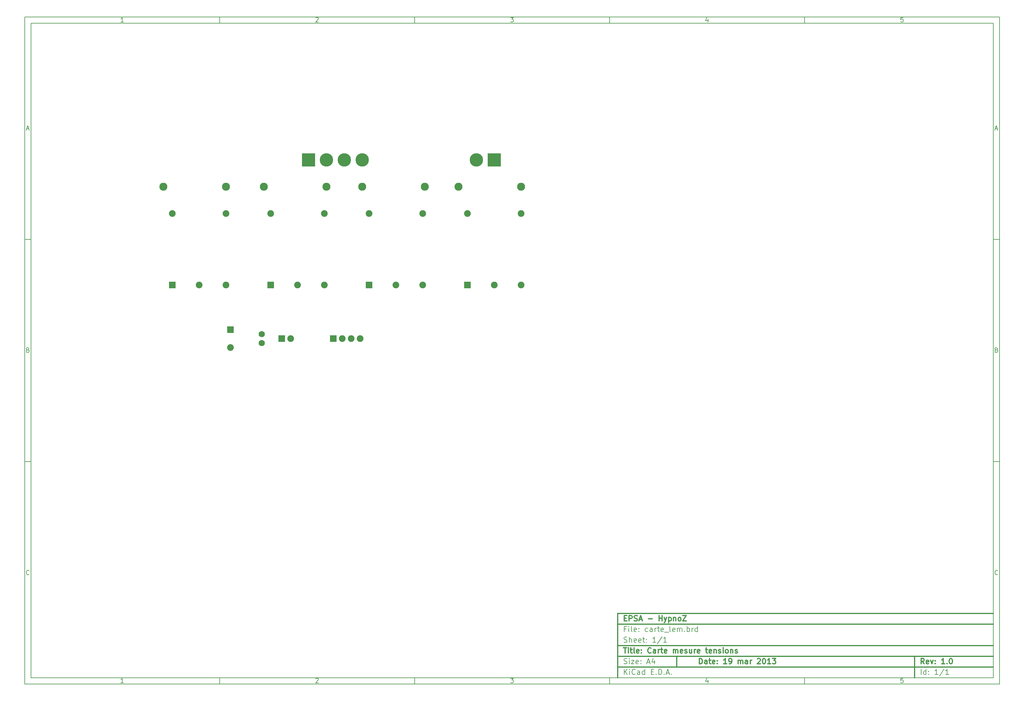
<source format=gtl>
G04 (created by PCBNEW-RS274X (2012-01-19 BZR 3256)-stable) date 19/03/2013 14:42:43*
G01*
G70*
G90*
%MOIN*%
G04 Gerber Fmt 3.4, Leading zero omitted, Abs format*
%FSLAX34Y34*%
G04 APERTURE LIST*
%ADD10C,0.006000*%
%ADD11C,0.012000*%
%ADD12R,0.075000X0.075000*%
%ADD13C,0.075000*%
%ADD14C,0.070000*%
%ADD15R,0.150000X0.150000*%
%ADD16C,0.150000*%
%ADD17C,0.090000*%
G04 APERTURE END LIST*
G54D10*
X04000Y-04000D02*
X113000Y-04000D01*
X113000Y-78670D01*
X04000Y-78670D01*
X04000Y-04000D01*
X04700Y-04700D02*
X112300Y-04700D01*
X112300Y-77970D01*
X04700Y-77970D01*
X04700Y-04700D01*
X25800Y-04000D02*
X25800Y-04700D01*
X15043Y-04552D02*
X14757Y-04552D01*
X14900Y-04552D02*
X14900Y-04052D01*
X14852Y-04124D01*
X14805Y-04171D01*
X14757Y-04195D01*
X25800Y-78670D02*
X25800Y-77970D01*
X15043Y-78522D02*
X14757Y-78522D01*
X14900Y-78522D02*
X14900Y-78022D01*
X14852Y-78094D01*
X14805Y-78141D01*
X14757Y-78165D01*
X47600Y-04000D02*
X47600Y-04700D01*
X36557Y-04100D02*
X36581Y-04076D01*
X36629Y-04052D01*
X36748Y-04052D01*
X36795Y-04076D01*
X36819Y-04100D01*
X36843Y-04148D01*
X36843Y-04195D01*
X36819Y-04267D01*
X36533Y-04552D01*
X36843Y-04552D01*
X47600Y-78670D02*
X47600Y-77970D01*
X36557Y-78070D02*
X36581Y-78046D01*
X36629Y-78022D01*
X36748Y-78022D01*
X36795Y-78046D01*
X36819Y-78070D01*
X36843Y-78118D01*
X36843Y-78165D01*
X36819Y-78237D01*
X36533Y-78522D01*
X36843Y-78522D01*
X69400Y-04000D02*
X69400Y-04700D01*
X58333Y-04052D02*
X58643Y-04052D01*
X58476Y-04243D01*
X58548Y-04243D01*
X58595Y-04267D01*
X58619Y-04290D01*
X58643Y-04338D01*
X58643Y-04457D01*
X58619Y-04505D01*
X58595Y-04529D01*
X58548Y-04552D01*
X58405Y-04552D01*
X58357Y-04529D01*
X58333Y-04505D01*
X69400Y-78670D02*
X69400Y-77970D01*
X58333Y-78022D02*
X58643Y-78022D01*
X58476Y-78213D01*
X58548Y-78213D01*
X58595Y-78237D01*
X58619Y-78260D01*
X58643Y-78308D01*
X58643Y-78427D01*
X58619Y-78475D01*
X58595Y-78499D01*
X58548Y-78522D01*
X58405Y-78522D01*
X58357Y-78499D01*
X58333Y-78475D01*
X91200Y-04000D02*
X91200Y-04700D01*
X80395Y-04219D02*
X80395Y-04552D01*
X80276Y-04029D02*
X80157Y-04386D01*
X80467Y-04386D01*
X91200Y-78670D02*
X91200Y-77970D01*
X80395Y-78189D02*
X80395Y-78522D01*
X80276Y-77999D02*
X80157Y-78356D01*
X80467Y-78356D01*
X102219Y-04052D02*
X101981Y-04052D01*
X101957Y-04290D01*
X101981Y-04267D01*
X102029Y-04243D01*
X102148Y-04243D01*
X102195Y-04267D01*
X102219Y-04290D01*
X102243Y-04338D01*
X102243Y-04457D01*
X102219Y-04505D01*
X102195Y-04529D01*
X102148Y-04552D01*
X102029Y-04552D01*
X101981Y-04529D01*
X101957Y-04505D01*
X102219Y-78022D02*
X101981Y-78022D01*
X101957Y-78260D01*
X101981Y-78237D01*
X102029Y-78213D01*
X102148Y-78213D01*
X102195Y-78237D01*
X102219Y-78260D01*
X102243Y-78308D01*
X102243Y-78427D01*
X102219Y-78475D01*
X102195Y-78499D01*
X102148Y-78522D01*
X102029Y-78522D01*
X101981Y-78499D01*
X101957Y-78475D01*
X04000Y-28890D02*
X04700Y-28890D01*
X04231Y-16510D02*
X04469Y-16510D01*
X04184Y-16652D02*
X04350Y-16152D01*
X04517Y-16652D01*
X113000Y-28890D02*
X112300Y-28890D01*
X112531Y-16510D02*
X112769Y-16510D01*
X112484Y-16652D02*
X112650Y-16152D01*
X112817Y-16652D01*
X04000Y-53780D02*
X04700Y-53780D01*
X04386Y-41280D02*
X04457Y-41304D01*
X04481Y-41328D01*
X04505Y-41376D01*
X04505Y-41447D01*
X04481Y-41495D01*
X04457Y-41519D01*
X04410Y-41542D01*
X04219Y-41542D01*
X04219Y-41042D01*
X04386Y-41042D01*
X04433Y-41066D01*
X04457Y-41090D01*
X04481Y-41138D01*
X04481Y-41185D01*
X04457Y-41233D01*
X04433Y-41257D01*
X04386Y-41280D01*
X04219Y-41280D01*
X113000Y-53780D02*
X112300Y-53780D01*
X112686Y-41280D02*
X112757Y-41304D01*
X112781Y-41328D01*
X112805Y-41376D01*
X112805Y-41447D01*
X112781Y-41495D01*
X112757Y-41519D01*
X112710Y-41542D01*
X112519Y-41542D01*
X112519Y-41042D01*
X112686Y-41042D01*
X112733Y-41066D01*
X112757Y-41090D01*
X112781Y-41138D01*
X112781Y-41185D01*
X112757Y-41233D01*
X112733Y-41257D01*
X112686Y-41280D01*
X112519Y-41280D01*
X04505Y-66385D02*
X04481Y-66409D01*
X04410Y-66432D01*
X04362Y-66432D01*
X04290Y-66409D01*
X04243Y-66361D01*
X04219Y-66313D01*
X04195Y-66218D01*
X04195Y-66147D01*
X04219Y-66051D01*
X04243Y-66004D01*
X04290Y-65956D01*
X04362Y-65932D01*
X04410Y-65932D01*
X04481Y-65956D01*
X04505Y-65980D01*
X112805Y-66385D02*
X112781Y-66409D01*
X112710Y-66432D01*
X112662Y-66432D01*
X112590Y-66409D01*
X112543Y-66361D01*
X112519Y-66313D01*
X112495Y-66218D01*
X112495Y-66147D01*
X112519Y-66051D01*
X112543Y-66004D01*
X112590Y-65956D01*
X112662Y-65932D01*
X112710Y-65932D01*
X112781Y-65956D01*
X112805Y-65980D01*
G54D11*
X79443Y-76413D02*
X79443Y-75813D01*
X79586Y-75813D01*
X79671Y-75841D01*
X79729Y-75899D01*
X79757Y-75956D01*
X79786Y-76070D01*
X79786Y-76156D01*
X79757Y-76270D01*
X79729Y-76327D01*
X79671Y-76384D01*
X79586Y-76413D01*
X79443Y-76413D01*
X80300Y-76413D02*
X80300Y-76099D01*
X80271Y-76041D01*
X80214Y-76013D01*
X80100Y-76013D01*
X80043Y-76041D01*
X80300Y-76384D02*
X80243Y-76413D01*
X80100Y-76413D01*
X80043Y-76384D01*
X80014Y-76327D01*
X80014Y-76270D01*
X80043Y-76213D01*
X80100Y-76184D01*
X80243Y-76184D01*
X80300Y-76156D01*
X80500Y-76013D02*
X80729Y-76013D01*
X80586Y-75813D02*
X80586Y-76327D01*
X80614Y-76384D01*
X80672Y-76413D01*
X80729Y-76413D01*
X81157Y-76384D02*
X81100Y-76413D01*
X80986Y-76413D01*
X80929Y-76384D01*
X80900Y-76327D01*
X80900Y-76099D01*
X80929Y-76041D01*
X80986Y-76013D01*
X81100Y-76013D01*
X81157Y-76041D01*
X81186Y-76099D01*
X81186Y-76156D01*
X80900Y-76213D01*
X81443Y-76356D02*
X81471Y-76384D01*
X81443Y-76413D01*
X81414Y-76384D01*
X81443Y-76356D01*
X81443Y-76413D01*
X81443Y-76041D02*
X81471Y-76070D01*
X81443Y-76099D01*
X81414Y-76070D01*
X81443Y-76041D01*
X81443Y-76099D01*
X82500Y-76413D02*
X82157Y-76413D01*
X82329Y-76413D02*
X82329Y-75813D01*
X82272Y-75899D01*
X82214Y-75956D01*
X82157Y-75984D01*
X82785Y-76413D02*
X82900Y-76413D01*
X82957Y-76384D01*
X82985Y-76356D01*
X83043Y-76270D01*
X83071Y-76156D01*
X83071Y-75927D01*
X83043Y-75870D01*
X83014Y-75841D01*
X82957Y-75813D01*
X82843Y-75813D01*
X82785Y-75841D01*
X82757Y-75870D01*
X82728Y-75927D01*
X82728Y-76070D01*
X82757Y-76127D01*
X82785Y-76156D01*
X82843Y-76184D01*
X82957Y-76184D01*
X83014Y-76156D01*
X83043Y-76127D01*
X83071Y-76070D01*
X83785Y-76413D02*
X83785Y-76013D01*
X83785Y-76070D02*
X83813Y-76041D01*
X83871Y-76013D01*
X83956Y-76013D01*
X84013Y-76041D01*
X84042Y-76099D01*
X84042Y-76413D01*
X84042Y-76099D02*
X84071Y-76041D01*
X84128Y-76013D01*
X84213Y-76013D01*
X84271Y-76041D01*
X84299Y-76099D01*
X84299Y-76413D01*
X84842Y-76413D02*
X84842Y-76099D01*
X84813Y-76041D01*
X84756Y-76013D01*
X84642Y-76013D01*
X84585Y-76041D01*
X84842Y-76384D02*
X84785Y-76413D01*
X84642Y-76413D01*
X84585Y-76384D01*
X84556Y-76327D01*
X84556Y-76270D01*
X84585Y-76213D01*
X84642Y-76184D01*
X84785Y-76184D01*
X84842Y-76156D01*
X85128Y-76413D02*
X85128Y-76013D01*
X85128Y-76127D02*
X85156Y-76070D01*
X85185Y-76041D01*
X85242Y-76013D01*
X85299Y-76013D01*
X85927Y-75870D02*
X85956Y-75841D01*
X86013Y-75813D01*
X86156Y-75813D01*
X86213Y-75841D01*
X86242Y-75870D01*
X86270Y-75927D01*
X86270Y-75984D01*
X86242Y-76070D01*
X85899Y-76413D01*
X86270Y-76413D01*
X86641Y-75813D02*
X86698Y-75813D01*
X86755Y-75841D01*
X86784Y-75870D01*
X86813Y-75927D01*
X86841Y-76041D01*
X86841Y-76184D01*
X86813Y-76299D01*
X86784Y-76356D01*
X86755Y-76384D01*
X86698Y-76413D01*
X86641Y-76413D01*
X86584Y-76384D01*
X86555Y-76356D01*
X86527Y-76299D01*
X86498Y-76184D01*
X86498Y-76041D01*
X86527Y-75927D01*
X86555Y-75870D01*
X86584Y-75841D01*
X86641Y-75813D01*
X87412Y-76413D02*
X87069Y-76413D01*
X87241Y-76413D02*
X87241Y-75813D01*
X87184Y-75899D01*
X87126Y-75956D01*
X87069Y-75984D01*
X87612Y-75813D02*
X87983Y-75813D01*
X87783Y-76041D01*
X87869Y-76041D01*
X87926Y-76070D01*
X87955Y-76099D01*
X87983Y-76156D01*
X87983Y-76299D01*
X87955Y-76356D01*
X87926Y-76384D01*
X87869Y-76413D01*
X87697Y-76413D01*
X87640Y-76384D01*
X87612Y-76356D01*
G54D10*
X71043Y-77613D02*
X71043Y-77013D01*
X71386Y-77613D02*
X71129Y-77270D01*
X71386Y-77013D02*
X71043Y-77356D01*
X71643Y-77613D02*
X71643Y-77213D01*
X71643Y-77013D02*
X71614Y-77041D01*
X71643Y-77070D01*
X71671Y-77041D01*
X71643Y-77013D01*
X71643Y-77070D01*
X72272Y-77556D02*
X72243Y-77584D01*
X72157Y-77613D01*
X72100Y-77613D01*
X72015Y-77584D01*
X71957Y-77527D01*
X71929Y-77470D01*
X71900Y-77356D01*
X71900Y-77270D01*
X71929Y-77156D01*
X71957Y-77099D01*
X72015Y-77041D01*
X72100Y-77013D01*
X72157Y-77013D01*
X72243Y-77041D01*
X72272Y-77070D01*
X72786Y-77613D02*
X72786Y-77299D01*
X72757Y-77241D01*
X72700Y-77213D01*
X72586Y-77213D01*
X72529Y-77241D01*
X72786Y-77584D02*
X72729Y-77613D01*
X72586Y-77613D01*
X72529Y-77584D01*
X72500Y-77527D01*
X72500Y-77470D01*
X72529Y-77413D01*
X72586Y-77384D01*
X72729Y-77384D01*
X72786Y-77356D01*
X73329Y-77613D02*
X73329Y-77013D01*
X73329Y-77584D02*
X73272Y-77613D01*
X73158Y-77613D01*
X73100Y-77584D01*
X73072Y-77556D01*
X73043Y-77499D01*
X73043Y-77327D01*
X73072Y-77270D01*
X73100Y-77241D01*
X73158Y-77213D01*
X73272Y-77213D01*
X73329Y-77241D01*
X74072Y-77299D02*
X74272Y-77299D01*
X74358Y-77613D02*
X74072Y-77613D01*
X74072Y-77013D01*
X74358Y-77013D01*
X74615Y-77556D02*
X74643Y-77584D01*
X74615Y-77613D01*
X74586Y-77584D01*
X74615Y-77556D01*
X74615Y-77613D01*
X74901Y-77613D02*
X74901Y-77013D01*
X75044Y-77013D01*
X75129Y-77041D01*
X75187Y-77099D01*
X75215Y-77156D01*
X75244Y-77270D01*
X75244Y-77356D01*
X75215Y-77470D01*
X75187Y-77527D01*
X75129Y-77584D01*
X75044Y-77613D01*
X74901Y-77613D01*
X75501Y-77556D02*
X75529Y-77584D01*
X75501Y-77613D01*
X75472Y-77584D01*
X75501Y-77556D01*
X75501Y-77613D01*
X75758Y-77441D02*
X76044Y-77441D01*
X75701Y-77613D02*
X75901Y-77013D01*
X76101Y-77613D01*
X76301Y-77556D02*
X76329Y-77584D01*
X76301Y-77613D01*
X76272Y-77584D01*
X76301Y-77556D01*
X76301Y-77613D01*
G54D11*
X104586Y-76413D02*
X104386Y-76127D01*
X104243Y-76413D02*
X104243Y-75813D01*
X104471Y-75813D01*
X104529Y-75841D01*
X104557Y-75870D01*
X104586Y-75927D01*
X104586Y-76013D01*
X104557Y-76070D01*
X104529Y-76099D01*
X104471Y-76127D01*
X104243Y-76127D01*
X105071Y-76384D02*
X105014Y-76413D01*
X104900Y-76413D01*
X104843Y-76384D01*
X104814Y-76327D01*
X104814Y-76099D01*
X104843Y-76041D01*
X104900Y-76013D01*
X105014Y-76013D01*
X105071Y-76041D01*
X105100Y-76099D01*
X105100Y-76156D01*
X104814Y-76213D01*
X105300Y-76013D02*
X105443Y-76413D01*
X105585Y-76013D01*
X105814Y-76356D02*
X105842Y-76384D01*
X105814Y-76413D01*
X105785Y-76384D01*
X105814Y-76356D01*
X105814Y-76413D01*
X105814Y-76041D02*
X105842Y-76070D01*
X105814Y-76099D01*
X105785Y-76070D01*
X105814Y-76041D01*
X105814Y-76099D01*
X106871Y-76413D02*
X106528Y-76413D01*
X106700Y-76413D02*
X106700Y-75813D01*
X106643Y-75899D01*
X106585Y-75956D01*
X106528Y-75984D01*
X107128Y-76356D02*
X107156Y-76384D01*
X107128Y-76413D01*
X107099Y-76384D01*
X107128Y-76356D01*
X107128Y-76413D01*
X107528Y-75813D02*
X107585Y-75813D01*
X107642Y-75841D01*
X107671Y-75870D01*
X107700Y-75927D01*
X107728Y-76041D01*
X107728Y-76184D01*
X107700Y-76299D01*
X107671Y-76356D01*
X107642Y-76384D01*
X107585Y-76413D01*
X107528Y-76413D01*
X107471Y-76384D01*
X107442Y-76356D01*
X107414Y-76299D01*
X107385Y-76184D01*
X107385Y-76041D01*
X107414Y-75927D01*
X107442Y-75870D01*
X107471Y-75841D01*
X107528Y-75813D01*
G54D10*
X71014Y-76384D02*
X71100Y-76413D01*
X71243Y-76413D01*
X71300Y-76384D01*
X71329Y-76356D01*
X71357Y-76299D01*
X71357Y-76241D01*
X71329Y-76184D01*
X71300Y-76156D01*
X71243Y-76127D01*
X71129Y-76099D01*
X71071Y-76070D01*
X71043Y-76041D01*
X71014Y-75984D01*
X71014Y-75927D01*
X71043Y-75870D01*
X71071Y-75841D01*
X71129Y-75813D01*
X71271Y-75813D01*
X71357Y-75841D01*
X71614Y-76413D02*
X71614Y-76013D01*
X71614Y-75813D02*
X71585Y-75841D01*
X71614Y-75870D01*
X71642Y-75841D01*
X71614Y-75813D01*
X71614Y-75870D01*
X71843Y-76013D02*
X72157Y-76013D01*
X71843Y-76413D01*
X72157Y-76413D01*
X72614Y-76384D02*
X72557Y-76413D01*
X72443Y-76413D01*
X72386Y-76384D01*
X72357Y-76327D01*
X72357Y-76099D01*
X72386Y-76041D01*
X72443Y-76013D01*
X72557Y-76013D01*
X72614Y-76041D01*
X72643Y-76099D01*
X72643Y-76156D01*
X72357Y-76213D01*
X72900Y-76356D02*
X72928Y-76384D01*
X72900Y-76413D01*
X72871Y-76384D01*
X72900Y-76356D01*
X72900Y-76413D01*
X72900Y-76041D02*
X72928Y-76070D01*
X72900Y-76099D01*
X72871Y-76070D01*
X72900Y-76041D01*
X72900Y-76099D01*
X73614Y-76241D02*
X73900Y-76241D01*
X73557Y-76413D02*
X73757Y-75813D01*
X73957Y-76413D01*
X74414Y-76013D02*
X74414Y-76413D01*
X74271Y-75784D02*
X74128Y-76213D01*
X74500Y-76213D01*
X104243Y-77613D02*
X104243Y-77013D01*
X104786Y-77613D02*
X104786Y-77013D01*
X104786Y-77584D02*
X104729Y-77613D01*
X104615Y-77613D01*
X104557Y-77584D01*
X104529Y-77556D01*
X104500Y-77499D01*
X104500Y-77327D01*
X104529Y-77270D01*
X104557Y-77241D01*
X104615Y-77213D01*
X104729Y-77213D01*
X104786Y-77241D01*
X105072Y-77556D02*
X105100Y-77584D01*
X105072Y-77613D01*
X105043Y-77584D01*
X105072Y-77556D01*
X105072Y-77613D01*
X105072Y-77241D02*
X105100Y-77270D01*
X105072Y-77299D01*
X105043Y-77270D01*
X105072Y-77241D01*
X105072Y-77299D01*
X106129Y-77613D02*
X105786Y-77613D01*
X105958Y-77613D02*
X105958Y-77013D01*
X105901Y-77099D01*
X105843Y-77156D01*
X105786Y-77184D01*
X106814Y-76984D02*
X106300Y-77756D01*
X107329Y-77613D02*
X106986Y-77613D01*
X107158Y-77613D02*
X107158Y-77013D01*
X107101Y-77099D01*
X107043Y-77156D01*
X106986Y-77184D01*
G54D11*
X70957Y-74613D02*
X71300Y-74613D01*
X71129Y-75213D02*
X71129Y-74613D01*
X71500Y-75213D02*
X71500Y-74813D01*
X71500Y-74613D02*
X71471Y-74641D01*
X71500Y-74670D01*
X71528Y-74641D01*
X71500Y-74613D01*
X71500Y-74670D01*
X71700Y-74813D02*
X71929Y-74813D01*
X71786Y-74613D02*
X71786Y-75127D01*
X71814Y-75184D01*
X71872Y-75213D01*
X71929Y-75213D01*
X72215Y-75213D02*
X72157Y-75184D01*
X72129Y-75127D01*
X72129Y-74613D01*
X72671Y-75184D02*
X72614Y-75213D01*
X72500Y-75213D01*
X72443Y-75184D01*
X72414Y-75127D01*
X72414Y-74899D01*
X72443Y-74841D01*
X72500Y-74813D01*
X72614Y-74813D01*
X72671Y-74841D01*
X72700Y-74899D01*
X72700Y-74956D01*
X72414Y-75013D01*
X72957Y-75156D02*
X72985Y-75184D01*
X72957Y-75213D01*
X72928Y-75184D01*
X72957Y-75156D01*
X72957Y-75213D01*
X72957Y-74841D02*
X72985Y-74870D01*
X72957Y-74899D01*
X72928Y-74870D01*
X72957Y-74841D01*
X72957Y-74899D01*
X74043Y-75156D02*
X74014Y-75184D01*
X73928Y-75213D01*
X73871Y-75213D01*
X73786Y-75184D01*
X73728Y-75127D01*
X73700Y-75070D01*
X73671Y-74956D01*
X73671Y-74870D01*
X73700Y-74756D01*
X73728Y-74699D01*
X73786Y-74641D01*
X73871Y-74613D01*
X73928Y-74613D01*
X74014Y-74641D01*
X74043Y-74670D01*
X74557Y-75213D02*
X74557Y-74899D01*
X74528Y-74841D01*
X74471Y-74813D01*
X74357Y-74813D01*
X74300Y-74841D01*
X74557Y-75184D02*
X74500Y-75213D01*
X74357Y-75213D01*
X74300Y-75184D01*
X74271Y-75127D01*
X74271Y-75070D01*
X74300Y-75013D01*
X74357Y-74984D01*
X74500Y-74984D01*
X74557Y-74956D01*
X74843Y-75213D02*
X74843Y-74813D01*
X74843Y-74927D02*
X74871Y-74870D01*
X74900Y-74841D01*
X74957Y-74813D01*
X75014Y-74813D01*
X75128Y-74813D02*
X75357Y-74813D01*
X75214Y-74613D02*
X75214Y-75127D01*
X75242Y-75184D01*
X75300Y-75213D01*
X75357Y-75213D01*
X75785Y-75184D02*
X75728Y-75213D01*
X75614Y-75213D01*
X75557Y-75184D01*
X75528Y-75127D01*
X75528Y-74899D01*
X75557Y-74841D01*
X75614Y-74813D01*
X75728Y-74813D01*
X75785Y-74841D01*
X75814Y-74899D01*
X75814Y-74956D01*
X75528Y-75013D01*
X76528Y-75213D02*
X76528Y-74813D01*
X76528Y-74870D02*
X76556Y-74841D01*
X76614Y-74813D01*
X76699Y-74813D01*
X76756Y-74841D01*
X76785Y-74899D01*
X76785Y-75213D01*
X76785Y-74899D02*
X76814Y-74841D01*
X76871Y-74813D01*
X76956Y-74813D01*
X77014Y-74841D01*
X77042Y-74899D01*
X77042Y-75213D01*
X77556Y-75184D02*
X77499Y-75213D01*
X77385Y-75213D01*
X77328Y-75184D01*
X77299Y-75127D01*
X77299Y-74899D01*
X77328Y-74841D01*
X77385Y-74813D01*
X77499Y-74813D01*
X77556Y-74841D01*
X77585Y-74899D01*
X77585Y-74956D01*
X77299Y-75013D01*
X77813Y-75184D02*
X77870Y-75213D01*
X77985Y-75213D01*
X78042Y-75184D01*
X78070Y-75127D01*
X78070Y-75099D01*
X78042Y-75041D01*
X77985Y-75013D01*
X77899Y-75013D01*
X77842Y-74984D01*
X77813Y-74927D01*
X77813Y-74899D01*
X77842Y-74841D01*
X77899Y-74813D01*
X77985Y-74813D01*
X78042Y-74841D01*
X78585Y-74813D02*
X78585Y-75213D01*
X78328Y-74813D02*
X78328Y-75127D01*
X78356Y-75184D01*
X78414Y-75213D01*
X78499Y-75213D01*
X78556Y-75184D01*
X78585Y-75156D01*
X78871Y-75213D02*
X78871Y-74813D01*
X78871Y-74927D02*
X78899Y-74870D01*
X78928Y-74841D01*
X78985Y-74813D01*
X79042Y-74813D01*
X79470Y-75184D02*
X79413Y-75213D01*
X79299Y-75213D01*
X79242Y-75184D01*
X79213Y-75127D01*
X79213Y-74899D01*
X79242Y-74841D01*
X79299Y-74813D01*
X79413Y-74813D01*
X79470Y-74841D01*
X79499Y-74899D01*
X79499Y-74956D01*
X79213Y-75013D01*
X80127Y-74813D02*
X80356Y-74813D01*
X80213Y-74613D02*
X80213Y-75127D01*
X80241Y-75184D01*
X80299Y-75213D01*
X80356Y-75213D01*
X80784Y-75184D02*
X80727Y-75213D01*
X80613Y-75213D01*
X80556Y-75184D01*
X80527Y-75127D01*
X80527Y-74899D01*
X80556Y-74841D01*
X80613Y-74813D01*
X80727Y-74813D01*
X80784Y-74841D01*
X80813Y-74899D01*
X80813Y-74956D01*
X80527Y-75013D01*
X81070Y-74813D02*
X81070Y-75213D01*
X81070Y-74870D02*
X81098Y-74841D01*
X81156Y-74813D01*
X81241Y-74813D01*
X81298Y-74841D01*
X81327Y-74899D01*
X81327Y-75213D01*
X81584Y-75184D02*
X81641Y-75213D01*
X81756Y-75213D01*
X81813Y-75184D01*
X81841Y-75127D01*
X81841Y-75099D01*
X81813Y-75041D01*
X81756Y-75013D01*
X81670Y-75013D01*
X81613Y-74984D01*
X81584Y-74927D01*
X81584Y-74899D01*
X81613Y-74841D01*
X81670Y-74813D01*
X81756Y-74813D01*
X81813Y-74841D01*
X82099Y-75213D02*
X82099Y-74813D01*
X82099Y-74613D02*
X82070Y-74641D01*
X82099Y-74670D01*
X82127Y-74641D01*
X82099Y-74613D01*
X82099Y-74670D01*
X82471Y-75213D02*
X82413Y-75184D01*
X82385Y-75156D01*
X82356Y-75099D01*
X82356Y-74927D01*
X82385Y-74870D01*
X82413Y-74841D01*
X82471Y-74813D01*
X82556Y-74813D01*
X82613Y-74841D01*
X82642Y-74870D01*
X82671Y-74927D01*
X82671Y-75099D01*
X82642Y-75156D01*
X82613Y-75184D01*
X82556Y-75213D01*
X82471Y-75213D01*
X82928Y-74813D02*
X82928Y-75213D01*
X82928Y-74870D02*
X82956Y-74841D01*
X83014Y-74813D01*
X83099Y-74813D01*
X83156Y-74841D01*
X83185Y-74899D01*
X83185Y-75213D01*
X83442Y-75184D02*
X83499Y-75213D01*
X83614Y-75213D01*
X83671Y-75184D01*
X83699Y-75127D01*
X83699Y-75099D01*
X83671Y-75041D01*
X83614Y-75013D01*
X83528Y-75013D01*
X83471Y-74984D01*
X83442Y-74927D01*
X83442Y-74899D01*
X83471Y-74841D01*
X83528Y-74813D01*
X83614Y-74813D01*
X83671Y-74841D01*
G54D10*
X71243Y-72499D02*
X71043Y-72499D01*
X71043Y-72813D02*
X71043Y-72213D01*
X71329Y-72213D01*
X71557Y-72813D02*
X71557Y-72413D01*
X71557Y-72213D02*
X71528Y-72241D01*
X71557Y-72270D01*
X71585Y-72241D01*
X71557Y-72213D01*
X71557Y-72270D01*
X71929Y-72813D02*
X71871Y-72784D01*
X71843Y-72727D01*
X71843Y-72213D01*
X72385Y-72784D02*
X72328Y-72813D01*
X72214Y-72813D01*
X72157Y-72784D01*
X72128Y-72727D01*
X72128Y-72499D01*
X72157Y-72441D01*
X72214Y-72413D01*
X72328Y-72413D01*
X72385Y-72441D01*
X72414Y-72499D01*
X72414Y-72556D01*
X72128Y-72613D01*
X72671Y-72756D02*
X72699Y-72784D01*
X72671Y-72813D01*
X72642Y-72784D01*
X72671Y-72756D01*
X72671Y-72813D01*
X72671Y-72441D02*
X72699Y-72470D01*
X72671Y-72499D01*
X72642Y-72470D01*
X72671Y-72441D01*
X72671Y-72499D01*
X73671Y-72784D02*
X73614Y-72813D01*
X73500Y-72813D01*
X73442Y-72784D01*
X73414Y-72756D01*
X73385Y-72699D01*
X73385Y-72527D01*
X73414Y-72470D01*
X73442Y-72441D01*
X73500Y-72413D01*
X73614Y-72413D01*
X73671Y-72441D01*
X74185Y-72813D02*
X74185Y-72499D01*
X74156Y-72441D01*
X74099Y-72413D01*
X73985Y-72413D01*
X73928Y-72441D01*
X74185Y-72784D02*
X74128Y-72813D01*
X73985Y-72813D01*
X73928Y-72784D01*
X73899Y-72727D01*
X73899Y-72670D01*
X73928Y-72613D01*
X73985Y-72584D01*
X74128Y-72584D01*
X74185Y-72556D01*
X74471Y-72813D02*
X74471Y-72413D01*
X74471Y-72527D02*
X74499Y-72470D01*
X74528Y-72441D01*
X74585Y-72413D01*
X74642Y-72413D01*
X74756Y-72413D02*
X74985Y-72413D01*
X74842Y-72213D02*
X74842Y-72727D01*
X74870Y-72784D01*
X74928Y-72813D01*
X74985Y-72813D01*
X75413Y-72784D02*
X75356Y-72813D01*
X75242Y-72813D01*
X75185Y-72784D01*
X75156Y-72727D01*
X75156Y-72499D01*
X75185Y-72441D01*
X75242Y-72413D01*
X75356Y-72413D01*
X75413Y-72441D01*
X75442Y-72499D01*
X75442Y-72556D01*
X75156Y-72613D01*
X75556Y-72870D02*
X76013Y-72870D01*
X76242Y-72813D02*
X76184Y-72784D01*
X76156Y-72727D01*
X76156Y-72213D01*
X76698Y-72784D02*
X76641Y-72813D01*
X76527Y-72813D01*
X76470Y-72784D01*
X76441Y-72727D01*
X76441Y-72499D01*
X76470Y-72441D01*
X76527Y-72413D01*
X76641Y-72413D01*
X76698Y-72441D01*
X76727Y-72499D01*
X76727Y-72556D01*
X76441Y-72613D01*
X76984Y-72813D02*
X76984Y-72413D01*
X76984Y-72470D02*
X77012Y-72441D01*
X77070Y-72413D01*
X77155Y-72413D01*
X77212Y-72441D01*
X77241Y-72499D01*
X77241Y-72813D01*
X77241Y-72499D02*
X77270Y-72441D01*
X77327Y-72413D01*
X77412Y-72413D01*
X77470Y-72441D01*
X77498Y-72499D01*
X77498Y-72813D01*
X77784Y-72756D02*
X77812Y-72784D01*
X77784Y-72813D01*
X77755Y-72784D01*
X77784Y-72756D01*
X77784Y-72813D01*
X78070Y-72813D02*
X78070Y-72213D01*
X78070Y-72441D02*
X78127Y-72413D01*
X78241Y-72413D01*
X78298Y-72441D01*
X78327Y-72470D01*
X78356Y-72527D01*
X78356Y-72699D01*
X78327Y-72756D01*
X78298Y-72784D01*
X78241Y-72813D01*
X78127Y-72813D01*
X78070Y-72784D01*
X78613Y-72813D02*
X78613Y-72413D01*
X78613Y-72527D02*
X78641Y-72470D01*
X78670Y-72441D01*
X78727Y-72413D01*
X78784Y-72413D01*
X79241Y-72813D02*
X79241Y-72213D01*
X79241Y-72784D02*
X79184Y-72813D01*
X79070Y-72813D01*
X79012Y-72784D01*
X78984Y-72756D01*
X78955Y-72699D01*
X78955Y-72527D01*
X78984Y-72470D01*
X79012Y-72441D01*
X79070Y-72413D01*
X79184Y-72413D01*
X79241Y-72441D01*
X71014Y-73984D02*
X71100Y-74013D01*
X71243Y-74013D01*
X71300Y-73984D01*
X71329Y-73956D01*
X71357Y-73899D01*
X71357Y-73841D01*
X71329Y-73784D01*
X71300Y-73756D01*
X71243Y-73727D01*
X71129Y-73699D01*
X71071Y-73670D01*
X71043Y-73641D01*
X71014Y-73584D01*
X71014Y-73527D01*
X71043Y-73470D01*
X71071Y-73441D01*
X71129Y-73413D01*
X71271Y-73413D01*
X71357Y-73441D01*
X71614Y-74013D02*
X71614Y-73413D01*
X71871Y-74013D02*
X71871Y-73699D01*
X71842Y-73641D01*
X71785Y-73613D01*
X71700Y-73613D01*
X71642Y-73641D01*
X71614Y-73670D01*
X72385Y-73984D02*
X72328Y-74013D01*
X72214Y-74013D01*
X72157Y-73984D01*
X72128Y-73927D01*
X72128Y-73699D01*
X72157Y-73641D01*
X72214Y-73613D01*
X72328Y-73613D01*
X72385Y-73641D01*
X72414Y-73699D01*
X72414Y-73756D01*
X72128Y-73813D01*
X72899Y-73984D02*
X72842Y-74013D01*
X72728Y-74013D01*
X72671Y-73984D01*
X72642Y-73927D01*
X72642Y-73699D01*
X72671Y-73641D01*
X72728Y-73613D01*
X72842Y-73613D01*
X72899Y-73641D01*
X72928Y-73699D01*
X72928Y-73756D01*
X72642Y-73813D01*
X73099Y-73613D02*
X73328Y-73613D01*
X73185Y-73413D02*
X73185Y-73927D01*
X73213Y-73984D01*
X73271Y-74013D01*
X73328Y-74013D01*
X73528Y-73956D02*
X73556Y-73984D01*
X73528Y-74013D01*
X73499Y-73984D01*
X73528Y-73956D01*
X73528Y-74013D01*
X73528Y-73641D02*
X73556Y-73670D01*
X73528Y-73699D01*
X73499Y-73670D01*
X73528Y-73641D01*
X73528Y-73699D01*
X74585Y-74013D02*
X74242Y-74013D01*
X74414Y-74013D02*
X74414Y-73413D01*
X74357Y-73499D01*
X74299Y-73556D01*
X74242Y-73584D01*
X75270Y-73384D02*
X74756Y-74156D01*
X75785Y-74013D02*
X75442Y-74013D01*
X75614Y-74013D02*
X75614Y-73413D01*
X75557Y-73499D01*
X75499Y-73556D01*
X75442Y-73584D01*
G54D11*
X71043Y-71299D02*
X71243Y-71299D01*
X71329Y-71613D02*
X71043Y-71613D01*
X71043Y-71013D01*
X71329Y-71013D01*
X71586Y-71613D02*
X71586Y-71013D01*
X71814Y-71013D01*
X71872Y-71041D01*
X71900Y-71070D01*
X71929Y-71127D01*
X71929Y-71213D01*
X71900Y-71270D01*
X71872Y-71299D01*
X71814Y-71327D01*
X71586Y-71327D01*
X72157Y-71584D02*
X72243Y-71613D01*
X72386Y-71613D01*
X72443Y-71584D01*
X72472Y-71556D01*
X72500Y-71499D01*
X72500Y-71441D01*
X72472Y-71384D01*
X72443Y-71356D01*
X72386Y-71327D01*
X72272Y-71299D01*
X72214Y-71270D01*
X72186Y-71241D01*
X72157Y-71184D01*
X72157Y-71127D01*
X72186Y-71070D01*
X72214Y-71041D01*
X72272Y-71013D01*
X72414Y-71013D01*
X72500Y-71041D01*
X72728Y-71441D02*
X73014Y-71441D01*
X72671Y-71613D02*
X72871Y-71013D01*
X73071Y-71613D01*
X73728Y-71384D02*
X74185Y-71384D01*
X74928Y-71613D02*
X74928Y-71013D01*
X74928Y-71299D02*
X75271Y-71299D01*
X75271Y-71613D02*
X75271Y-71013D01*
X75500Y-71213D02*
X75643Y-71613D01*
X75785Y-71213D02*
X75643Y-71613D01*
X75585Y-71756D01*
X75557Y-71784D01*
X75500Y-71813D01*
X76014Y-71213D02*
X76014Y-71813D01*
X76014Y-71241D02*
X76071Y-71213D01*
X76185Y-71213D01*
X76242Y-71241D01*
X76271Y-71270D01*
X76300Y-71327D01*
X76300Y-71499D01*
X76271Y-71556D01*
X76242Y-71584D01*
X76185Y-71613D01*
X76071Y-71613D01*
X76014Y-71584D01*
X76557Y-71213D02*
X76557Y-71613D01*
X76557Y-71270D02*
X76585Y-71241D01*
X76643Y-71213D01*
X76728Y-71213D01*
X76785Y-71241D01*
X76814Y-71299D01*
X76814Y-71613D01*
X77186Y-71613D02*
X77128Y-71584D01*
X77100Y-71556D01*
X77071Y-71499D01*
X77071Y-71327D01*
X77100Y-71270D01*
X77128Y-71241D01*
X77186Y-71213D01*
X77271Y-71213D01*
X77328Y-71241D01*
X77357Y-71270D01*
X77386Y-71327D01*
X77386Y-71499D01*
X77357Y-71556D01*
X77328Y-71584D01*
X77271Y-71613D01*
X77186Y-71613D01*
X77586Y-71013D02*
X77986Y-71013D01*
X77586Y-71613D01*
X77986Y-71613D01*
X70300Y-70770D02*
X70300Y-77970D01*
X70300Y-71970D02*
X112300Y-71970D01*
X70300Y-70770D02*
X112300Y-70770D01*
X70300Y-74370D02*
X112300Y-74370D01*
X103500Y-75570D02*
X103500Y-77970D01*
X70300Y-76770D02*
X112300Y-76770D01*
X70300Y-75570D02*
X112300Y-75570D01*
X76900Y-75570D02*
X76900Y-76770D01*
G54D12*
X32750Y-40000D03*
G54D13*
X33750Y-40000D03*
X48500Y-26000D03*
X42500Y-26000D03*
X48500Y-34000D03*
X45500Y-34000D03*
G54D12*
X42500Y-34000D03*
G54D13*
X37500Y-26000D03*
X31500Y-26000D03*
X37500Y-34000D03*
X34500Y-34000D03*
G54D12*
X31500Y-34000D03*
G54D13*
X59500Y-26000D03*
X53500Y-26000D03*
X59500Y-34000D03*
X56500Y-34000D03*
G54D12*
X53500Y-34000D03*
G54D13*
X26500Y-26000D03*
X20500Y-26000D03*
X26500Y-34000D03*
X23500Y-34000D03*
G54D12*
X20500Y-34000D03*
G54D14*
X30500Y-39500D03*
X30500Y-40500D03*
G54D12*
X27000Y-39000D03*
G54D13*
X27000Y-41000D03*
X41500Y-40000D03*
X40500Y-40000D03*
G54D12*
X38500Y-40000D03*
G54D13*
X39500Y-40000D03*
G54D15*
X56500Y-20000D03*
G54D16*
X54500Y-20000D03*
G54D17*
X26500Y-23000D03*
X19500Y-23000D03*
X37750Y-23000D03*
X30750Y-23000D03*
X48750Y-23000D03*
X41750Y-23000D03*
X59500Y-23000D03*
X52500Y-23000D03*
G54D16*
X37750Y-20000D03*
X39750Y-20000D03*
G54D15*
X35750Y-20000D03*
G54D16*
X41750Y-20000D03*
M02*

</source>
